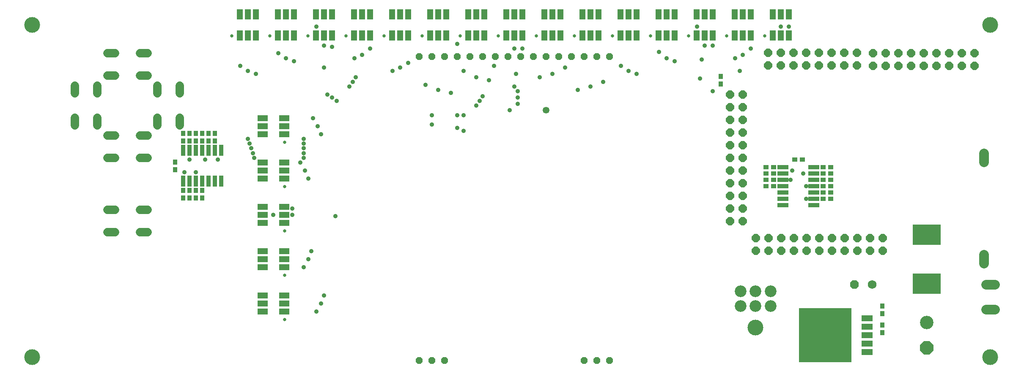
<source format=gts>
G75*
G70*
%OFA0B0*%
%FSLAX24Y24*%
%IPPOS*%
%LPD*%
%AMOC8*
5,1,8,0,0,1.08239X$1,22.5*
%
%ADD10C,0.1241*%
%ADD11OC8,0.0651*%
%ADD12OC8,0.0532*%
%ADD13R,0.4158X0.4312*%
%ADD14R,0.0910X0.0480*%
%ADD15C,0.0765*%
%ADD16R,0.0375X0.0414*%
%ADD17C,0.1060*%
%ADD18OC8,0.1060*%
%ADD19OC8,0.0690*%
%ADD20C,0.0690*%
%ADD21R,0.2186X0.1635*%
%ADD22C,0.0250*%
%ADD23R,0.0454X0.0847*%
%ADD24C,0.0920*%
%ADD25R,0.0414X0.0375*%
%ADD26R,0.0847X0.0454*%
%ADD27C,0.0660*%
%ADD28R,0.0860X0.0320*%
%ADD29R,0.0320X0.0860*%
%ADD30C,0.0350*%
%ADD31C,0.0532*%
D10*
X001725Y001805D03*
X058725Y004147D03*
X077225Y001805D03*
X077225Y028055D03*
X001725Y028055D03*
D11*
X056725Y022555D03*
X057725Y022555D03*
X057725Y021555D03*
X056725Y021555D03*
X056725Y020555D03*
X057725Y020555D03*
X057725Y019555D03*
X056725Y019555D03*
X056725Y018555D03*
X057725Y018555D03*
X057725Y017555D03*
X056725Y017555D03*
X056725Y016555D03*
X057725Y016555D03*
X057725Y015555D03*
X056725Y015555D03*
X056725Y014555D03*
X057725Y014555D03*
X057725Y013555D03*
X056725Y013555D03*
X056725Y012555D03*
X057725Y012555D03*
X058763Y011218D03*
X059763Y011218D03*
X060763Y011218D03*
X061763Y011218D03*
X062763Y011218D03*
X063763Y011218D03*
X064763Y011218D03*
X065763Y011218D03*
X066763Y011218D03*
X067763Y011218D03*
X068763Y011218D03*
X068763Y010218D03*
X067763Y010218D03*
X066763Y010218D03*
X065763Y010218D03*
X064763Y010218D03*
X063763Y010218D03*
X062763Y010218D03*
X061763Y010218D03*
X060763Y010218D03*
X059763Y010218D03*
X058763Y010218D03*
X059719Y024832D03*
X060719Y024832D03*
X061719Y024832D03*
X062719Y024832D03*
X063719Y024832D03*
X064719Y024832D03*
X065719Y024832D03*
X066719Y024832D03*
X067975Y024830D03*
X068975Y024830D03*
X069975Y024830D03*
X070975Y024830D03*
X071975Y024830D03*
X072975Y024830D03*
X073975Y024830D03*
X074975Y024830D03*
X075975Y024830D03*
X075975Y025830D03*
X074975Y025830D03*
X073975Y025830D03*
X072975Y025830D03*
X071975Y025830D03*
X070975Y025830D03*
X069975Y025830D03*
X068975Y025830D03*
X067975Y025830D03*
X066719Y025832D03*
X065719Y025832D03*
X064719Y025832D03*
X063719Y025832D03*
X062719Y025832D03*
X061719Y025832D03*
X060719Y025832D03*
X059719Y025832D03*
D12*
X047225Y025555D03*
X046225Y025555D03*
X045225Y025555D03*
X044225Y025555D03*
X043225Y025555D03*
X042225Y025555D03*
X041225Y025555D03*
X040225Y025555D03*
X039225Y025555D03*
X038225Y025555D03*
X037225Y025555D03*
X036225Y025555D03*
X035225Y025555D03*
X034225Y025555D03*
X033225Y025555D03*
X032225Y025555D03*
X032225Y001555D03*
X033225Y001555D03*
X034225Y001555D03*
X045225Y001555D03*
X046225Y001555D03*
X047225Y001555D03*
D13*
X064225Y003555D03*
D14*
X067505Y003555D03*
X067505Y002885D03*
X067505Y002215D03*
X067505Y004225D03*
X067505Y004895D03*
D15*
X076873Y005571D02*
X077578Y005571D01*
X077578Y007539D02*
X076873Y007539D01*
X076725Y009203D02*
X076725Y009908D01*
X076725Y017203D02*
X076725Y017908D01*
D16*
X055975Y023380D03*
X055975Y023980D03*
X016100Y019480D03*
X015600Y019480D03*
X015100Y019480D03*
X014600Y019480D03*
X014100Y019480D03*
X013600Y019480D03*
X013600Y018880D03*
X014100Y018880D03*
X014600Y018880D03*
X015100Y018880D03*
X015600Y018880D03*
X016100Y018880D03*
X012975Y017230D03*
X012975Y016630D03*
X013600Y014980D03*
X014100Y014980D03*
X014600Y014980D03*
X015100Y014980D03*
X015100Y014380D03*
X014600Y014380D03*
X014100Y014380D03*
X013600Y014380D03*
X068725Y005855D03*
X068725Y005255D03*
X068725Y004355D03*
X068725Y003755D03*
D17*
X072225Y004555D03*
D18*
X072225Y002555D03*
D19*
X066525Y007555D03*
D20*
X067925Y007555D03*
D21*
X072225Y007626D03*
X072225Y011484D03*
D22*
X059444Y027174D03*
X056444Y027174D03*
X053444Y027174D03*
X050444Y027174D03*
X047444Y027174D03*
X044444Y027174D03*
X041444Y027174D03*
X038444Y027174D03*
X035444Y027174D03*
X032444Y027174D03*
X029444Y027174D03*
X026444Y027174D03*
X023444Y027174D03*
X020444Y027174D03*
X017444Y027174D03*
X021606Y018774D03*
X021606Y015274D03*
X021606Y011774D03*
X021606Y008274D03*
X021606Y004774D03*
D23*
X021725Y027205D03*
X022355Y027205D03*
X021095Y027205D03*
X019355Y027205D03*
X018725Y027205D03*
X018095Y027205D03*
X018095Y028885D03*
X018725Y028885D03*
X019355Y028885D03*
X021095Y028885D03*
X021725Y028885D03*
X022355Y028885D03*
X024095Y028885D03*
X024725Y028885D03*
X025355Y028885D03*
X027095Y028885D03*
X027725Y028885D03*
X028355Y028885D03*
X030095Y028885D03*
X030725Y028885D03*
X031355Y028885D03*
X033095Y028885D03*
X033725Y028885D03*
X034355Y028885D03*
X036095Y028885D03*
X036725Y028885D03*
X037355Y028885D03*
X039095Y028885D03*
X039725Y028885D03*
X040355Y028885D03*
X042095Y028885D03*
X042725Y028885D03*
X043355Y028885D03*
X045095Y028885D03*
X045725Y028885D03*
X046355Y028885D03*
X048095Y028885D03*
X048725Y028885D03*
X049355Y028885D03*
X051095Y028885D03*
X051725Y028885D03*
X052355Y028885D03*
X054095Y028885D03*
X054725Y028885D03*
X055355Y028885D03*
X057095Y028885D03*
X057725Y028885D03*
X058355Y028885D03*
X060095Y028885D03*
X060725Y028885D03*
X061355Y028885D03*
X061355Y027205D03*
X060725Y027205D03*
X060095Y027205D03*
X058355Y027205D03*
X057725Y027205D03*
X057095Y027205D03*
X055355Y027205D03*
X054725Y027205D03*
X054095Y027205D03*
X052355Y027205D03*
X051725Y027205D03*
X051095Y027205D03*
X049355Y027205D03*
X048725Y027205D03*
X048095Y027205D03*
X046355Y027205D03*
X045725Y027205D03*
X045095Y027205D03*
X043355Y027205D03*
X042725Y027205D03*
X042095Y027205D03*
X040355Y027205D03*
X039725Y027205D03*
X039095Y027205D03*
X037355Y027205D03*
X036725Y027205D03*
X036095Y027205D03*
X034355Y027205D03*
X033725Y027205D03*
X033095Y027205D03*
X031355Y027205D03*
X030725Y027205D03*
X030095Y027205D03*
X028355Y027205D03*
X027725Y027205D03*
X027095Y027205D03*
X025355Y027205D03*
X024725Y027205D03*
X024095Y027205D03*
D24*
X057544Y007021D03*
X058725Y007021D03*
X059906Y007021D03*
X059906Y005839D03*
X058725Y005839D03*
X057544Y005839D03*
D25*
X064050Y014305D03*
X064650Y014305D03*
X064650Y014805D03*
X064050Y014805D03*
X064050Y015305D03*
X064050Y015805D03*
X064650Y015805D03*
X064650Y015305D03*
X064650Y016305D03*
X064050Y016305D03*
X064050Y016805D03*
X064650Y016805D03*
X062400Y017430D03*
X061800Y017430D03*
X060150Y016805D03*
X059550Y016805D03*
X059550Y016305D03*
X060150Y016305D03*
X060150Y015805D03*
X060150Y015305D03*
X059550Y015305D03*
X059550Y015805D03*
D26*
X021575Y015925D03*
X021575Y016555D03*
X021575Y017185D03*
X019895Y017185D03*
X019895Y016555D03*
X019895Y015925D03*
X019895Y013685D03*
X019895Y013055D03*
X019895Y012425D03*
X021575Y012425D03*
X021575Y013055D03*
X021575Y013685D03*
X021575Y010185D03*
X021575Y009555D03*
X019895Y009555D03*
X019895Y010185D03*
X019895Y008925D03*
X021575Y008925D03*
X021575Y006685D03*
X021575Y006055D03*
X021575Y005425D03*
X019895Y005425D03*
X019895Y006055D03*
X019895Y006685D03*
X019895Y019425D03*
X019895Y020055D03*
X019895Y020685D03*
X021575Y020685D03*
X021575Y020055D03*
X021575Y019425D03*
D27*
X013365Y020100D02*
X013365Y020700D01*
X011585Y020700D02*
X011585Y020100D01*
X010805Y019320D02*
X010205Y019320D01*
X008245Y019320D02*
X007645Y019320D01*
X006865Y020100D02*
X006865Y020700D01*
X005085Y020700D02*
X005085Y020100D01*
X005085Y022660D02*
X005085Y023260D01*
X006865Y023260D02*
X006865Y022660D01*
X007645Y024040D02*
X008245Y024040D01*
X010205Y024040D02*
X010805Y024040D01*
X011585Y023260D02*
X011585Y022660D01*
X013365Y022660D02*
X013365Y023260D01*
X010805Y025820D02*
X010205Y025820D01*
X008245Y025820D02*
X007645Y025820D01*
X007645Y017540D02*
X008245Y017540D01*
X010205Y017540D02*
X010805Y017540D01*
X010805Y013445D02*
X010205Y013445D01*
X008245Y013445D02*
X007645Y013445D01*
X007645Y011665D02*
X008245Y011665D01*
X010205Y011665D02*
X010805Y011665D01*
D28*
X060890Y013805D03*
X060890Y014305D03*
X060890Y014805D03*
X060890Y015305D03*
X060890Y015805D03*
X060890Y016305D03*
X060890Y016805D03*
X063310Y016805D03*
X063310Y016305D03*
X063310Y015805D03*
X063310Y015305D03*
X063310Y014805D03*
X063310Y014305D03*
X063310Y013805D03*
D29*
X016600Y015720D03*
X016100Y015720D03*
X015600Y015720D03*
X015100Y015720D03*
X014600Y015720D03*
X014100Y015720D03*
X013600Y015720D03*
X013600Y018140D03*
X014100Y018140D03*
X014600Y018140D03*
X015100Y018140D03*
X015600Y018140D03*
X016100Y018140D03*
X016600Y018140D03*
D30*
X016350Y017430D03*
X015350Y017430D03*
X014100Y017430D03*
X013725Y016430D03*
X014600Y016430D03*
X019100Y017930D03*
X018975Y018305D03*
X018850Y018680D03*
X018725Y019055D03*
X019225Y017555D03*
X022850Y017180D03*
X023100Y017555D03*
X023100Y017930D03*
X023100Y018305D03*
X023100Y018680D03*
X023100Y019055D03*
X024475Y019430D03*
X024225Y020055D03*
X023850Y020680D03*
X025725Y022055D03*
X025350Y022305D03*
X024975Y022555D03*
X026725Y023180D03*
X026975Y023555D03*
X027225Y023930D03*
X024725Y024680D03*
X022350Y025180D03*
X021725Y025430D03*
X021100Y025805D03*
X018100Y024805D03*
X018725Y024430D03*
X019350Y024180D03*
X024725Y026430D03*
X025350Y026305D03*
X027100Y025430D03*
X027725Y025680D03*
X028350Y026180D03*
X031350Y025055D03*
X030725Y024680D03*
X030100Y024430D03*
X032725Y023305D03*
X033725Y022930D03*
X034725Y022680D03*
X036975Y022055D03*
X036725Y021680D03*
X035725Y020930D03*
X035225Y020930D03*
X033225Y020930D03*
X033225Y020180D03*
X035225Y019930D03*
X035725Y019680D03*
X039350Y021305D03*
X039975Y021805D03*
X039975Y022305D03*
X039975Y022805D03*
X039725Y023180D03*
X037725Y023680D03*
X036725Y023930D03*
X035725Y024430D03*
X038100Y024805D03*
X039850Y024180D03*
X041725Y023930D03*
X042725Y024180D03*
X043725Y024680D03*
X046725Y023555D03*
X045725Y023180D03*
X044725Y022930D03*
X048725Y024430D03*
X049350Y024180D03*
X048100Y024805D03*
X051100Y025930D03*
X051725Y025430D03*
X052350Y025180D03*
X054475Y025305D03*
X054725Y026430D03*
X055350Y026430D03*
X057100Y025430D03*
X057725Y025680D03*
X058350Y026180D03*
X057475Y024430D03*
X054350Y023805D03*
X055350Y022805D03*
X054100Y027930D03*
X060725Y027930D03*
X061350Y027930D03*
X040350Y026180D03*
X039725Y026180D03*
X035225Y026555D03*
X037225Y022430D03*
X024100Y027930D03*
X023225Y016555D03*
X023475Y015930D03*
X022225Y013555D03*
X022225Y013055D03*
X020725Y013055D03*
X025632Y012962D03*
X023725Y010180D03*
X023475Y009555D03*
X023100Y008930D03*
X024725Y006680D03*
X024475Y006055D03*
X024100Y005430D03*
X061475Y015805D03*
X062475Y016305D03*
X061600Y016555D03*
X062725Y015305D03*
X062725Y014305D03*
D31*
X042225Y021305D03*
M02*

</source>
